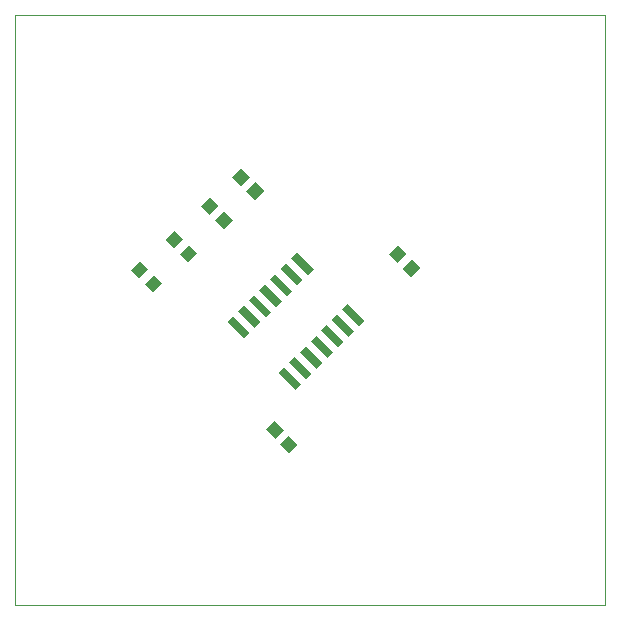
<source format=gtp>
G75*
%MOIN*%
%OFA0B0*%
%FSLAX24Y24*%
%IPPOS*%
%LPD*%
%AMOC8*
5,1,8,0,0,1.08239X$1,22.5*
%
%ADD10C,0.0000*%
%ADD11R,0.0260X0.0800*%
%ADD12R,0.0433X0.0394*%
%ADD13R,0.0394X0.0433*%
D10*
X000100Y000100D02*
X000100Y019785D01*
X019785Y019785D01*
X019785Y000100D01*
X000100Y000100D01*
D11*
G36*
X009648Y007465D02*
X009464Y007281D01*
X008900Y007845D01*
X009084Y008029D01*
X009648Y007465D01*
G37*
G36*
X010001Y007818D02*
X009817Y007634D01*
X009253Y008198D01*
X009437Y008382D01*
X010001Y007818D01*
G37*
G36*
X010355Y008172D02*
X010171Y007988D01*
X009607Y008552D01*
X009791Y008736D01*
X010355Y008172D01*
G37*
G36*
X010708Y008525D02*
X010524Y008341D01*
X009960Y008905D01*
X010144Y009089D01*
X010708Y008525D01*
G37*
G36*
X011062Y008879D02*
X010878Y008695D01*
X010314Y009259D01*
X010498Y009443D01*
X011062Y008879D01*
G37*
G36*
X011415Y009232D02*
X011231Y009048D01*
X010667Y009612D01*
X010851Y009796D01*
X011415Y009232D01*
G37*
G36*
X011769Y009586D02*
X011585Y009402D01*
X011021Y009966D01*
X011205Y010150D01*
X011769Y009586D01*
G37*
G36*
X010058Y011297D02*
X009874Y011113D01*
X009310Y011677D01*
X009494Y011861D01*
X010058Y011297D01*
G37*
G36*
X009704Y010943D02*
X009520Y010759D01*
X008956Y011323D01*
X009140Y011507D01*
X009704Y010943D01*
G37*
G36*
X009351Y010590D02*
X009167Y010406D01*
X008603Y010970D01*
X008787Y011154D01*
X009351Y010590D01*
G37*
G36*
X008997Y010236D02*
X008813Y010052D01*
X008249Y010616D01*
X008433Y010800D01*
X008997Y010236D01*
G37*
G36*
X008643Y009883D02*
X008459Y009699D01*
X007895Y010263D01*
X008079Y010447D01*
X008643Y009883D01*
G37*
G36*
X008290Y009529D02*
X008106Y009345D01*
X007542Y009909D01*
X007726Y010093D01*
X008290Y009529D01*
G37*
G36*
X007936Y009176D02*
X007752Y008992D01*
X007188Y009556D01*
X007372Y009740D01*
X007936Y009176D01*
G37*
D12*
G36*
X008784Y005650D02*
X008486Y005961D01*
X008770Y006234D01*
X009068Y005923D01*
X008784Y005650D01*
G37*
G36*
X009247Y005167D02*
X008949Y005478D01*
X009233Y005751D01*
X009531Y005440D01*
X009247Y005167D01*
G37*
D13*
G36*
X004738Y011106D02*
X005017Y010827D01*
X004712Y010522D01*
X004433Y010801D01*
X004738Y011106D01*
G37*
G36*
X004265Y011579D02*
X004544Y011300D01*
X004239Y010995D01*
X003960Y011274D01*
X004265Y011579D01*
G37*
G36*
X005425Y012589D02*
X005704Y012310D01*
X005399Y012005D01*
X005120Y012284D01*
X005425Y012589D01*
G37*
G36*
X005898Y012116D02*
X006177Y011837D01*
X005872Y011532D01*
X005593Y011811D01*
X005898Y012116D01*
G37*
G36*
X007088Y013226D02*
X007367Y012947D01*
X007062Y012642D01*
X006783Y012921D01*
X007088Y013226D01*
G37*
G36*
X006615Y013699D02*
X006894Y013420D01*
X006589Y013115D01*
X006310Y013394D01*
X006615Y013699D01*
G37*
G36*
X007655Y014669D02*
X007934Y014390D01*
X007629Y014085D01*
X007350Y014364D01*
X007655Y014669D01*
G37*
G36*
X008128Y014196D02*
X008407Y013917D01*
X008102Y013612D01*
X007823Y013891D01*
X008128Y014196D01*
G37*
G36*
X012849Y011515D02*
X012570Y011794D01*
X012875Y012099D01*
X013154Y011820D01*
X012849Y011515D01*
G37*
G36*
X013322Y011042D02*
X013043Y011321D01*
X013348Y011626D01*
X013627Y011347D01*
X013322Y011042D01*
G37*
M02*

</source>
